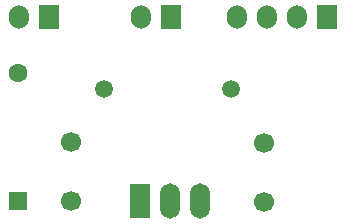
<source format=gbr>
G04*
G04 #@! TF.GenerationSoftware,Altium Limited,Altium Designer,25.8.1 (18)*
G04*
G04 Layer_Color=255*
%FSLAX42Y42*%
%MOMM*%
G71*
G04*
G04 #@! TF.SameCoordinates,2F32B27C-ED81-4B25-BD7C-17359FCC7723*
G04*
G04*
G04 #@! TF.FilePolarity,Positive*
G04*
G01*
G75*
%ADD18C,1.60*%
%ADD19R,1.60X1.60*%
%ADD22C,1.70*%
%ADD23O,1.70X2.00*%
%ADD24R,1.70X2.00*%
%ADD25R,1.70X3.00*%
%ADD26O,1.70X3.00*%
%ADD27C,1.52*%
D18*
X4953Y11186D02*
D03*
D19*
Y10099D02*
D03*
D22*
X7036Y10588D02*
D03*
Y10088D02*
D03*
X5405Y10099D02*
D03*
Y10599D02*
D03*
D23*
X5994Y11659D02*
D03*
X7061Y11660D02*
D03*
X7315D02*
D03*
X6807D02*
D03*
X4963Y11659D02*
D03*
D24*
X6248D02*
D03*
X7569Y11660D02*
D03*
X5217Y11659D02*
D03*
D25*
X5988Y10099D02*
D03*
D26*
X6242D02*
D03*
X6496D02*
D03*
D27*
X5683Y11049D02*
D03*
X6763D02*
D03*
M02*

</source>
